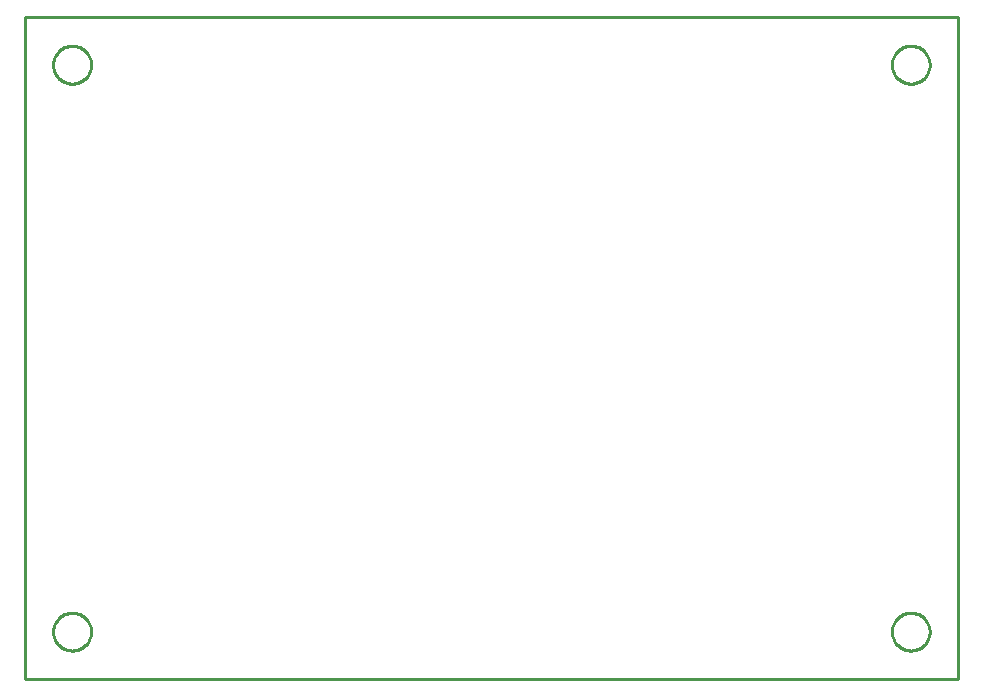
<source format=gbr>
G04 EAGLE Gerber RS-274X export*
G75*
%MOMM*%
%FSLAX34Y34*%
%LPD*%
%IN*%
%IPPOS*%
%AMOC8*
5,1,8,0,0,1.08239X$1,22.5*%
G01*
%ADD10C,0.254000*%


D10*
X0Y0D02*
X790000Y0D01*
X790000Y560000D01*
X0Y560000D01*
X0Y0D01*
X56000Y39476D02*
X55932Y38431D01*
X55795Y37392D01*
X55590Y36365D01*
X55319Y35353D01*
X54983Y34361D01*
X54582Y33393D01*
X54118Y32454D01*
X53595Y31546D01*
X53013Y30675D01*
X52375Y29844D01*
X51684Y29057D01*
X50943Y28316D01*
X50156Y27625D01*
X49325Y26988D01*
X48454Y26406D01*
X47546Y25882D01*
X46607Y25418D01*
X45639Y25017D01*
X44647Y24681D01*
X43635Y24410D01*
X42608Y24205D01*
X41569Y24069D01*
X40524Y24000D01*
X39476Y24000D01*
X38431Y24069D01*
X37392Y24205D01*
X36365Y24410D01*
X35353Y24681D01*
X34361Y25017D01*
X33393Y25418D01*
X32454Y25882D01*
X31546Y26406D01*
X30675Y26988D01*
X29844Y27625D01*
X29057Y28316D01*
X28316Y29057D01*
X27625Y29844D01*
X26988Y30675D01*
X26406Y31546D01*
X25882Y32454D01*
X25418Y33393D01*
X25017Y34361D01*
X24681Y35353D01*
X24410Y36365D01*
X24205Y37392D01*
X24069Y38431D01*
X24000Y39476D01*
X24000Y40524D01*
X24069Y41569D01*
X24205Y42608D01*
X24410Y43635D01*
X24681Y44647D01*
X25017Y45639D01*
X25418Y46607D01*
X25882Y47546D01*
X26406Y48454D01*
X26988Y49325D01*
X27625Y50156D01*
X28316Y50943D01*
X29057Y51684D01*
X29844Y52375D01*
X30675Y53013D01*
X31546Y53595D01*
X32454Y54118D01*
X33393Y54582D01*
X34361Y54983D01*
X35353Y55319D01*
X36365Y55590D01*
X37392Y55795D01*
X38431Y55932D01*
X39476Y56000D01*
X40524Y56000D01*
X41569Y55932D01*
X42608Y55795D01*
X43635Y55590D01*
X44647Y55319D01*
X45639Y54983D01*
X46607Y54582D01*
X47546Y54118D01*
X48454Y53595D01*
X49325Y53013D01*
X50156Y52375D01*
X50943Y51684D01*
X51684Y50943D01*
X52375Y50156D01*
X53013Y49325D01*
X53595Y48454D01*
X54118Y47546D01*
X54582Y46607D01*
X54983Y45639D01*
X55319Y44647D01*
X55590Y43635D01*
X55795Y42608D01*
X55932Y41569D01*
X56000Y40524D01*
X56000Y39476D01*
X766000Y39476D02*
X765932Y38431D01*
X765795Y37392D01*
X765590Y36365D01*
X765319Y35353D01*
X764983Y34361D01*
X764582Y33393D01*
X764118Y32454D01*
X763595Y31546D01*
X763013Y30675D01*
X762375Y29844D01*
X761684Y29057D01*
X760943Y28316D01*
X760156Y27625D01*
X759325Y26988D01*
X758454Y26406D01*
X757546Y25882D01*
X756607Y25418D01*
X755639Y25017D01*
X754647Y24681D01*
X753635Y24410D01*
X752608Y24205D01*
X751569Y24069D01*
X750524Y24000D01*
X749476Y24000D01*
X748431Y24069D01*
X747392Y24205D01*
X746365Y24410D01*
X745353Y24681D01*
X744361Y25017D01*
X743393Y25418D01*
X742454Y25882D01*
X741546Y26406D01*
X740675Y26988D01*
X739844Y27625D01*
X739057Y28316D01*
X738316Y29057D01*
X737625Y29844D01*
X736988Y30675D01*
X736406Y31546D01*
X735882Y32454D01*
X735418Y33393D01*
X735017Y34361D01*
X734681Y35353D01*
X734410Y36365D01*
X734205Y37392D01*
X734069Y38431D01*
X734000Y39476D01*
X734000Y40524D01*
X734069Y41569D01*
X734205Y42608D01*
X734410Y43635D01*
X734681Y44647D01*
X735017Y45639D01*
X735418Y46607D01*
X735882Y47546D01*
X736406Y48454D01*
X736988Y49325D01*
X737625Y50156D01*
X738316Y50943D01*
X739057Y51684D01*
X739844Y52375D01*
X740675Y53013D01*
X741546Y53595D01*
X742454Y54118D01*
X743393Y54582D01*
X744361Y54983D01*
X745353Y55319D01*
X746365Y55590D01*
X747392Y55795D01*
X748431Y55932D01*
X749476Y56000D01*
X750524Y56000D01*
X751569Y55932D01*
X752608Y55795D01*
X753635Y55590D01*
X754647Y55319D01*
X755639Y54983D01*
X756607Y54582D01*
X757546Y54118D01*
X758454Y53595D01*
X759325Y53013D01*
X760156Y52375D01*
X760943Y51684D01*
X761684Y50943D01*
X762375Y50156D01*
X763013Y49325D01*
X763595Y48454D01*
X764118Y47546D01*
X764582Y46607D01*
X764983Y45639D01*
X765319Y44647D01*
X765590Y43635D01*
X765795Y42608D01*
X765932Y41569D01*
X766000Y40524D01*
X766000Y39476D01*
X56000Y519476D02*
X55932Y518431D01*
X55795Y517392D01*
X55590Y516365D01*
X55319Y515353D01*
X54983Y514361D01*
X54582Y513393D01*
X54118Y512454D01*
X53595Y511546D01*
X53013Y510675D01*
X52375Y509844D01*
X51684Y509057D01*
X50943Y508316D01*
X50156Y507625D01*
X49325Y506988D01*
X48454Y506406D01*
X47546Y505882D01*
X46607Y505418D01*
X45639Y505017D01*
X44647Y504681D01*
X43635Y504410D01*
X42608Y504205D01*
X41569Y504069D01*
X40524Y504000D01*
X39476Y504000D01*
X38431Y504069D01*
X37392Y504205D01*
X36365Y504410D01*
X35353Y504681D01*
X34361Y505017D01*
X33393Y505418D01*
X32454Y505882D01*
X31546Y506406D01*
X30675Y506988D01*
X29844Y507625D01*
X29057Y508316D01*
X28316Y509057D01*
X27625Y509844D01*
X26988Y510675D01*
X26406Y511546D01*
X25882Y512454D01*
X25418Y513393D01*
X25017Y514361D01*
X24681Y515353D01*
X24410Y516365D01*
X24205Y517392D01*
X24069Y518431D01*
X24000Y519476D01*
X24000Y520524D01*
X24069Y521569D01*
X24205Y522608D01*
X24410Y523635D01*
X24681Y524647D01*
X25017Y525639D01*
X25418Y526607D01*
X25882Y527546D01*
X26406Y528454D01*
X26988Y529325D01*
X27625Y530156D01*
X28316Y530943D01*
X29057Y531684D01*
X29844Y532375D01*
X30675Y533013D01*
X31546Y533595D01*
X32454Y534118D01*
X33393Y534582D01*
X34361Y534983D01*
X35353Y535319D01*
X36365Y535590D01*
X37392Y535795D01*
X38431Y535932D01*
X39476Y536000D01*
X40524Y536000D01*
X41569Y535932D01*
X42608Y535795D01*
X43635Y535590D01*
X44647Y535319D01*
X45639Y534983D01*
X46607Y534582D01*
X47546Y534118D01*
X48454Y533595D01*
X49325Y533013D01*
X50156Y532375D01*
X50943Y531684D01*
X51684Y530943D01*
X52375Y530156D01*
X53013Y529325D01*
X53595Y528454D01*
X54118Y527546D01*
X54582Y526607D01*
X54983Y525639D01*
X55319Y524647D01*
X55590Y523635D01*
X55795Y522608D01*
X55932Y521569D01*
X56000Y520524D01*
X56000Y519476D01*
X766000Y519476D02*
X765932Y518431D01*
X765795Y517392D01*
X765590Y516365D01*
X765319Y515353D01*
X764983Y514361D01*
X764582Y513393D01*
X764118Y512454D01*
X763595Y511546D01*
X763013Y510675D01*
X762375Y509844D01*
X761684Y509057D01*
X760943Y508316D01*
X760156Y507625D01*
X759325Y506988D01*
X758454Y506406D01*
X757546Y505882D01*
X756607Y505418D01*
X755639Y505017D01*
X754647Y504681D01*
X753635Y504410D01*
X752608Y504205D01*
X751569Y504069D01*
X750524Y504000D01*
X749476Y504000D01*
X748431Y504069D01*
X747392Y504205D01*
X746365Y504410D01*
X745353Y504681D01*
X744361Y505017D01*
X743393Y505418D01*
X742454Y505882D01*
X741546Y506406D01*
X740675Y506988D01*
X739844Y507625D01*
X739057Y508316D01*
X738316Y509057D01*
X737625Y509844D01*
X736988Y510675D01*
X736406Y511546D01*
X735882Y512454D01*
X735418Y513393D01*
X735017Y514361D01*
X734681Y515353D01*
X734410Y516365D01*
X734205Y517392D01*
X734069Y518431D01*
X734000Y519476D01*
X734000Y520524D01*
X734069Y521569D01*
X734205Y522608D01*
X734410Y523635D01*
X734681Y524647D01*
X735017Y525639D01*
X735418Y526607D01*
X735882Y527546D01*
X736406Y528454D01*
X736988Y529325D01*
X737625Y530156D01*
X738316Y530943D01*
X739057Y531684D01*
X739844Y532375D01*
X740675Y533013D01*
X741546Y533595D01*
X742454Y534118D01*
X743393Y534582D01*
X744361Y534983D01*
X745353Y535319D01*
X746365Y535590D01*
X747392Y535795D01*
X748431Y535932D01*
X749476Y536000D01*
X750524Y536000D01*
X751569Y535932D01*
X752608Y535795D01*
X753635Y535590D01*
X754647Y535319D01*
X755639Y534983D01*
X756607Y534582D01*
X757546Y534118D01*
X758454Y533595D01*
X759325Y533013D01*
X760156Y532375D01*
X760943Y531684D01*
X761684Y530943D01*
X762375Y530156D01*
X763013Y529325D01*
X763595Y528454D01*
X764118Y527546D01*
X764582Y526607D01*
X764983Y525639D01*
X765319Y524647D01*
X765590Y523635D01*
X765795Y522608D01*
X765932Y521569D01*
X766000Y520524D01*
X766000Y519476D01*
M02*

</source>
